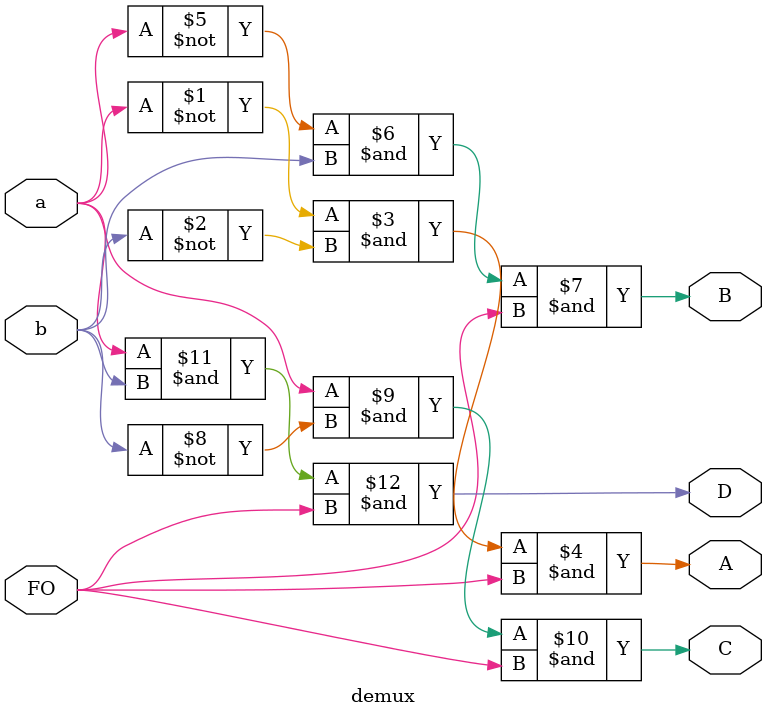
<source format=v>
`timescale 1ns / 1ps

module demux(
input a, b, FO,
output A, B, C, D
);
assign A = ~a&~b&FO;
assign B = ~a&b&FO;
assign C = a&~b&FO;
assign D = a&b&FO;

endmodule

</source>
